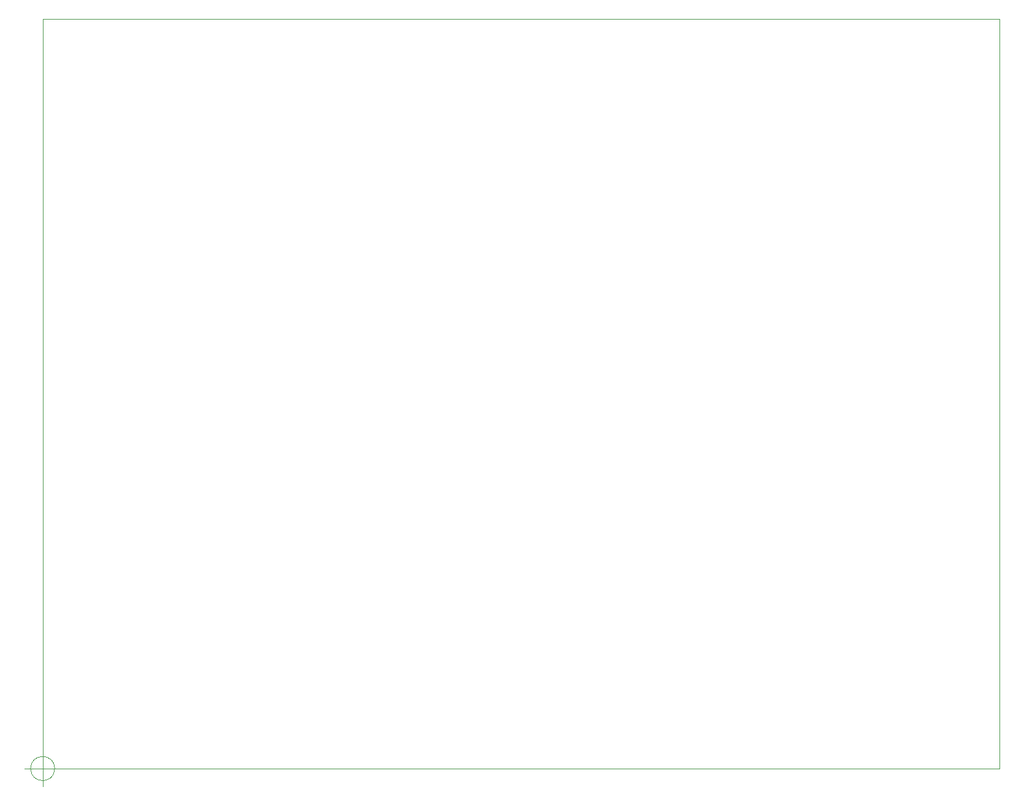
<source format=gbr>
G04 #@! TF.GenerationSoftware,KiCad,Pcbnew,(5.1.2)-2*
G04 #@! TF.CreationDate,2019-10-17T08:09:51+02:00*
G04 #@! TF.ProjectId,StepperClock,53746570-7065-4724-936c-6f636b2e6b69,rev?*
G04 #@! TF.SameCoordinates,Original*
G04 #@! TF.FileFunction,Profile,NP*
%FSLAX46Y46*%
G04 Gerber Fmt 4.6, Leading zero omitted, Abs format (unit mm)*
G04 Created by KiCad (PCBNEW (5.1.2)-2) date 2019-10-17 08:09:51*
%MOMM*%
%LPD*%
G04 APERTURE LIST*
%ADD10C,0.050000*%
G04 APERTURE END LIST*
D10*
X74602466Y-146380740D02*
G75*
G03X74602466Y-146380740I-1666666J0D01*
G01*
X70435800Y-146380740D02*
X75435800Y-146380740D01*
X72935800Y-143880740D02*
X72935800Y-148880740D01*
X205135800Y-146380740D02*
X205135800Y-42780740D01*
X72935800Y-146380740D02*
X205135800Y-146380740D01*
X72935800Y-42780740D02*
X72935800Y-146380740D01*
X205135800Y-42780740D02*
X72935800Y-42780740D01*
M02*

</source>
